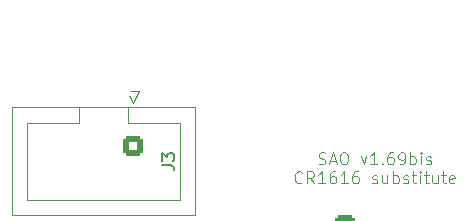
<source format=gto>
%TF.GenerationSoftware,KiCad,Pcbnew,9.0.0*%
%TF.CreationDate,2025-02-27T10:50:11-06:00*%
%TF.ProjectId,SAO-CR1616,53414f2d-4352-4313-9631-362e6b696361,rev?*%
%TF.SameCoordinates,Original*%
%TF.FileFunction,Legend,Top*%
%TF.FilePolarity,Positive*%
%FSLAX46Y46*%
G04 Gerber Fmt 4.6, Leading zero omitted, Abs format (unit mm)*
G04 Created by KiCad (PCBNEW 9.0.0) date 2025-02-27 10:50:11*
%MOMM*%
%LPD*%
G01*
G04 APERTURE LIST*
G04 Aperture macros list*
%AMRoundRect*
0 Rectangle with rounded corners*
0 $1 Rounding radius*
0 $2 $3 $4 $5 $6 $7 $8 $9 X,Y pos of 4 corners*
0 Add a 4 corners polygon primitive as box body*
4,1,4,$2,$3,$4,$5,$6,$7,$8,$9,$2,$3,0*
0 Add four circle primitives for the rounded corners*
1,1,$1+$1,$2,$3*
1,1,$1+$1,$4,$5*
1,1,$1+$1,$6,$7*
1,1,$1+$1,$8,$9*
0 Add four rect primitives between the rounded corners*
20,1,$1+$1,$2,$3,$4,$5,0*
20,1,$1+$1,$4,$5,$6,$7,0*
20,1,$1+$1,$6,$7,$8,$9,0*
20,1,$1+$1,$8,$9,$2,$3,0*%
G04 Aperture macros list end*
%ADD10C,0.100000*%
%ADD11C,0.150000*%
%ADD12C,0.120000*%
%ADD13C,0.300000*%
%ADD14RoundRect,0.250000X-0.600000X0.600000X-0.600000X-0.600000X0.600000X-0.600000X0.600000X0.600000X0*%
%ADD15C,1.700000*%
%ADD16C,4.000000*%
%ADD17R,2.000000X5.000000*%
%ADD18O,2.000000X5.000000*%
%ADD19C,15.000000*%
G04 APERTURE END LIST*
D10*
X68223201Y-150215720D02*
X68366058Y-150263339D01*
X68366058Y-150263339D02*
X68604153Y-150263339D01*
X68604153Y-150263339D02*
X68699391Y-150215720D01*
X68699391Y-150215720D02*
X68747010Y-150168100D01*
X68747010Y-150168100D02*
X68794629Y-150072862D01*
X68794629Y-150072862D02*
X68794629Y-149977624D01*
X68794629Y-149977624D02*
X68747010Y-149882386D01*
X68747010Y-149882386D02*
X68699391Y-149834767D01*
X68699391Y-149834767D02*
X68604153Y-149787148D01*
X68604153Y-149787148D02*
X68413677Y-149739529D01*
X68413677Y-149739529D02*
X68318439Y-149691910D01*
X68318439Y-149691910D02*
X68270820Y-149644291D01*
X68270820Y-149644291D02*
X68223201Y-149549053D01*
X68223201Y-149549053D02*
X68223201Y-149453815D01*
X68223201Y-149453815D02*
X68270820Y-149358577D01*
X68270820Y-149358577D02*
X68318439Y-149310958D01*
X68318439Y-149310958D02*
X68413677Y-149263339D01*
X68413677Y-149263339D02*
X68651772Y-149263339D01*
X68651772Y-149263339D02*
X68794629Y-149310958D01*
X69175582Y-149977624D02*
X69651772Y-149977624D01*
X69080344Y-150263339D02*
X69413677Y-149263339D01*
X69413677Y-149263339D02*
X69747010Y-150263339D01*
X70270820Y-149263339D02*
X70461296Y-149263339D01*
X70461296Y-149263339D02*
X70556534Y-149310958D01*
X70556534Y-149310958D02*
X70651772Y-149406196D01*
X70651772Y-149406196D02*
X70699391Y-149596672D01*
X70699391Y-149596672D02*
X70699391Y-149930005D01*
X70699391Y-149930005D02*
X70651772Y-150120481D01*
X70651772Y-150120481D02*
X70556534Y-150215720D01*
X70556534Y-150215720D02*
X70461296Y-150263339D01*
X70461296Y-150263339D02*
X70270820Y-150263339D01*
X70270820Y-150263339D02*
X70175582Y-150215720D01*
X70175582Y-150215720D02*
X70080344Y-150120481D01*
X70080344Y-150120481D02*
X70032725Y-149930005D01*
X70032725Y-149930005D02*
X70032725Y-149596672D01*
X70032725Y-149596672D02*
X70080344Y-149406196D01*
X70080344Y-149406196D02*
X70175582Y-149310958D01*
X70175582Y-149310958D02*
X70270820Y-149263339D01*
X71794630Y-149596672D02*
X72032725Y-150263339D01*
X72032725Y-150263339D02*
X72270820Y-149596672D01*
X73175582Y-150263339D02*
X72604154Y-150263339D01*
X72889868Y-150263339D02*
X72889868Y-149263339D01*
X72889868Y-149263339D02*
X72794630Y-149406196D01*
X72794630Y-149406196D02*
X72699392Y-149501434D01*
X72699392Y-149501434D02*
X72604154Y-149549053D01*
X73604154Y-150168100D02*
X73651773Y-150215720D01*
X73651773Y-150215720D02*
X73604154Y-150263339D01*
X73604154Y-150263339D02*
X73556535Y-150215720D01*
X73556535Y-150215720D02*
X73604154Y-150168100D01*
X73604154Y-150168100D02*
X73604154Y-150263339D01*
X74508915Y-149263339D02*
X74318439Y-149263339D01*
X74318439Y-149263339D02*
X74223201Y-149310958D01*
X74223201Y-149310958D02*
X74175582Y-149358577D01*
X74175582Y-149358577D02*
X74080344Y-149501434D01*
X74080344Y-149501434D02*
X74032725Y-149691910D01*
X74032725Y-149691910D02*
X74032725Y-150072862D01*
X74032725Y-150072862D02*
X74080344Y-150168100D01*
X74080344Y-150168100D02*
X74127963Y-150215720D01*
X74127963Y-150215720D02*
X74223201Y-150263339D01*
X74223201Y-150263339D02*
X74413677Y-150263339D01*
X74413677Y-150263339D02*
X74508915Y-150215720D01*
X74508915Y-150215720D02*
X74556534Y-150168100D01*
X74556534Y-150168100D02*
X74604153Y-150072862D01*
X74604153Y-150072862D02*
X74604153Y-149834767D01*
X74604153Y-149834767D02*
X74556534Y-149739529D01*
X74556534Y-149739529D02*
X74508915Y-149691910D01*
X74508915Y-149691910D02*
X74413677Y-149644291D01*
X74413677Y-149644291D02*
X74223201Y-149644291D01*
X74223201Y-149644291D02*
X74127963Y-149691910D01*
X74127963Y-149691910D02*
X74080344Y-149739529D01*
X74080344Y-149739529D02*
X74032725Y-149834767D01*
X75080344Y-150263339D02*
X75270820Y-150263339D01*
X75270820Y-150263339D02*
X75366058Y-150215720D01*
X75366058Y-150215720D02*
X75413677Y-150168100D01*
X75413677Y-150168100D02*
X75508915Y-150025243D01*
X75508915Y-150025243D02*
X75556534Y-149834767D01*
X75556534Y-149834767D02*
X75556534Y-149453815D01*
X75556534Y-149453815D02*
X75508915Y-149358577D01*
X75508915Y-149358577D02*
X75461296Y-149310958D01*
X75461296Y-149310958D02*
X75366058Y-149263339D01*
X75366058Y-149263339D02*
X75175582Y-149263339D01*
X75175582Y-149263339D02*
X75080344Y-149310958D01*
X75080344Y-149310958D02*
X75032725Y-149358577D01*
X75032725Y-149358577D02*
X74985106Y-149453815D01*
X74985106Y-149453815D02*
X74985106Y-149691910D01*
X74985106Y-149691910D02*
X75032725Y-149787148D01*
X75032725Y-149787148D02*
X75080344Y-149834767D01*
X75080344Y-149834767D02*
X75175582Y-149882386D01*
X75175582Y-149882386D02*
X75366058Y-149882386D01*
X75366058Y-149882386D02*
X75461296Y-149834767D01*
X75461296Y-149834767D02*
X75508915Y-149787148D01*
X75508915Y-149787148D02*
X75556534Y-149691910D01*
X75985106Y-150263339D02*
X75985106Y-149263339D01*
X75985106Y-149644291D02*
X76080344Y-149596672D01*
X76080344Y-149596672D02*
X76270820Y-149596672D01*
X76270820Y-149596672D02*
X76366058Y-149644291D01*
X76366058Y-149644291D02*
X76413677Y-149691910D01*
X76413677Y-149691910D02*
X76461296Y-149787148D01*
X76461296Y-149787148D02*
X76461296Y-150072862D01*
X76461296Y-150072862D02*
X76413677Y-150168100D01*
X76413677Y-150168100D02*
X76366058Y-150215720D01*
X76366058Y-150215720D02*
X76270820Y-150263339D01*
X76270820Y-150263339D02*
X76080344Y-150263339D01*
X76080344Y-150263339D02*
X75985106Y-150215720D01*
X76889868Y-150263339D02*
X76889868Y-149596672D01*
X76889868Y-149263339D02*
X76842249Y-149310958D01*
X76842249Y-149310958D02*
X76889868Y-149358577D01*
X76889868Y-149358577D02*
X76937487Y-149310958D01*
X76937487Y-149310958D02*
X76889868Y-149263339D01*
X76889868Y-149263339D02*
X76889868Y-149358577D01*
X77318439Y-150215720D02*
X77413677Y-150263339D01*
X77413677Y-150263339D02*
X77604153Y-150263339D01*
X77604153Y-150263339D02*
X77699391Y-150215720D01*
X77699391Y-150215720D02*
X77747010Y-150120481D01*
X77747010Y-150120481D02*
X77747010Y-150072862D01*
X77747010Y-150072862D02*
X77699391Y-149977624D01*
X77699391Y-149977624D02*
X77604153Y-149930005D01*
X77604153Y-149930005D02*
X77461296Y-149930005D01*
X77461296Y-149930005D02*
X77366058Y-149882386D01*
X77366058Y-149882386D02*
X77318439Y-149787148D01*
X77318439Y-149787148D02*
X77318439Y-149739529D01*
X77318439Y-149739529D02*
X77366058Y-149644291D01*
X77366058Y-149644291D02*
X77461296Y-149596672D01*
X77461296Y-149596672D02*
X77604153Y-149596672D01*
X77604153Y-149596672D02*
X77699391Y-149644291D01*
X66818438Y-151778044D02*
X66770819Y-151825664D01*
X66770819Y-151825664D02*
X66627962Y-151873283D01*
X66627962Y-151873283D02*
X66532724Y-151873283D01*
X66532724Y-151873283D02*
X66389867Y-151825664D01*
X66389867Y-151825664D02*
X66294629Y-151730425D01*
X66294629Y-151730425D02*
X66247010Y-151635187D01*
X66247010Y-151635187D02*
X66199391Y-151444711D01*
X66199391Y-151444711D02*
X66199391Y-151301854D01*
X66199391Y-151301854D02*
X66247010Y-151111378D01*
X66247010Y-151111378D02*
X66294629Y-151016140D01*
X66294629Y-151016140D02*
X66389867Y-150920902D01*
X66389867Y-150920902D02*
X66532724Y-150873283D01*
X66532724Y-150873283D02*
X66627962Y-150873283D01*
X66627962Y-150873283D02*
X66770819Y-150920902D01*
X66770819Y-150920902D02*
X66818438Y-150968521D01*
X67818438Y-151873283D02*
X67485105Y-151397092D01*
X67247010Y-151873283D02*
X67247010Y-150873283D01*
X67247010Y-150873283D02*
X67627962Y-150873283D01*
X67627962Y-150873283D02*
X67723200Y-150920902D01*
X67723200Y-150920902D02*
X67770819Y-150968521D01*
X67770819Y-150968521D02*
X67818438Y-151063759D01*
X67818438Y-151063759D02*
X67818438Y-151206616D01*
X67818438Y-151206616D02*
X67770819Y-151301854D01*
X67770819Y-151301854D02*
X67723200Y-151349473D01*
X67723200Y-151349473D02*
X67627962Y-151397092D01*
X67627962Y-151397092D02*
X67247010Y-151397092D01*
X68770819Y-151873283D02*
X68199391Y-151873283D01*
X68485105Y-151873283D02*
X68485105Y-150873283D01*
X68485105Y-150873283D02*
X68389867Y-151016140D01*
X68389867Y-151016140D02*
X68294629Y-151111378D01*
X68294629Y-151111378D02*
X68199391Y-151158997D01*
X69627962Y-150873283D02*
X69437486Y-150873283D01*
X69437486Y-150873283D02*
X69342248Y-150920902D01*
X69342248Y-150920902D02*
X69294629Y-150968521D01*
X69294629Y-150968521D02*
X69199391Y-151111378D01*
X69199391Y-151111378D02*
X69151772Y-151301854D01*
X69151772Y-151301854D02*
X69151772Y-151682806D01*
X69151772Y-151682806D02*
X69199391Y-151778044D01*
X69199391Y-151778044D02*
X69247010Y-151825664D01*
X69247010Y-151825664D02*
X69342248Y-151873283D01*
X69342248Y-151873283D02*
X69532724Y-151873283D01*
X69532724Y-151873283D02*
X69627962Y-151825664D01*
X69627962Y-151825664D02*
X69675581Y-151778044D01*
X69675581Y-151778044D02*
X69723200Y-151682806D01*
X69723200Y-151682806D02*
X69723200Y-151444711D01*
X69723200Y-151444711D02*
X69675581Y-151349473D01*
X69675581Y-151349473D02*
X69627962Y-151301854D01*
X69627962Y-151301854D02*
X69532724Y-151254235D01*
X69532724Y-151254235D02*
X69342248Y-151254235D01*
X69342248Y-151254235D02*
X69247010Y-151301854D01*
X69247010Y-151301854D02*
X69199391Y-151349473D01*
X69199391Y-151349473D02*
X69151772Y-151444711D01*
X70675581Y-151873283D02*
X70104153Y-151873283D01*
X70389867Y-151873283D02*
X70389867Y-150873283D01*
X70389867Y-150873283D02*
X70294629Y-151016140D01*
X70294629Y-151016140D02*
X70199391Y-151111378D01*
X70199391Y-151111378D02*
X70104153Y-151158997D01*
X71532724Y-150873283D02*
X71342248Y-150873283D01*
X71342248Y-150873283D02*
X71247010Y-150920902D01*
X71247010Y-150920902D02*
X71199391Y-150968521D01*
X71199391Y-150968521D02*
X71104153Y-151111378D01*
X71104153Y-151111378D02*
X71056534Y-151301854D01*
X71056534Y-151301854D02*
X71056534Y-151682806D01*
X71056534Y-151682806D02*
X71104153Y-151778044D01*
X71104153Y-151778044D02*
X71151772Y-151825664D01*
X71151772Y-151825664D02*
X71247010Y-151873283D01*
X71247010Y-151873283D02*
X71437486Y-151873283D01*
X71437486Y-151873283D02*
X71532724Y-151825664D01*
X71532724Y-151825664D02*
X71580343Y-151778044D01*
X71580343Y-151778044D02*
X71627962Y-151682806D01*
X71627962Y-151682806D02*
X71627962Y-151444711D01*
X71627962Y-151444711D02*
X71580343Y-151349473D01*
X71580343Y-151349473D02*
X71532724Y-151301854D01*
X71532724Y-151301854D02*
X71437486Y-151254235D01*
X71437486Y-151254235D02*
X71247010Y-151254235D01*
X71247010Y-151254235D02*
X71151772Y-151301854D01*
X71151772Y-151301854D02*
X71104153Y-151349473D01*
X71104153Y-151349473D02*
X71056534Y-151444711D01*
X72770820Y-151825664D02*
X72866058Y-151873283D01*
X72866058Y-151873283D02*
X73056534Y-151873283D01*
X73056534Y-151873283D02*
X73151772Y-151825664D01*
X73151772Y-151825664D02*
X73199391Y-151730425D01*
X73199391Y-151730425D02*
X73199391Y-151682806D01*
X73199391Y-151682806D02*
X73151772Y-151587568D01*
X73151772Y-151587568D02*
X73056534Y-151539949D01*
X73056534Y-151539949D02*
X72913677Y-151539949D01*
X72913677Y-151539949D02*
X72818439Y-151492330D01*
X72818439Y-151492330D02*
X72770820Y-151397092D01*
X72770820Y-151397092D02*
X72770820Y-151349473D01*
X72770820Y-151349473D02*
X72818439Y-151254235D01*
X72818439Y-151254235D02*
X72913677Y-151206616D01*
X72913677Y-151206616D02*
X73056534Y-151206616D01*
X73056534Y-151206616D02*
X73151772Y-151254235D01*
X74056534Y-151206616D02*
X74056534Y-151873283D01*
X73627963Y-151206616D02*
X73627963Y-151730425D01*
X73627963Y-151730425D02*
X73675582Y-151825664D01*
X73675582Y-151825664D02*
X73770820Y-151873283D01*
X73770820Y-151873283D02*
X73913677Y-151873283D01*
X73913677Y-151873283D02*
X74008915Y-151825664D01*
X74008915Y-151825664D02*
X74056534Y-151778044D01*
X74532725Y-151873283D02*
X74532725Y-150873283D01*
X74532725Y-151254235D02*
X74627963Y-151206616D01*
X74627963Y-151206616D02*
X74818439Y-151206616D01*
X74818439Y-151206616D02*
X74913677Y-151254235D01*
X74913677Y-151254235D02*
X74961296Y-151301854D01*
X74961296Y-151301854D02*
X75008915Y-151397092D01*
X75008915Y-151397092D02*
X75008915Y-151682806D01*
X75008915Y-151682806D02*
X74961296Y-151778044D01*
X74961296Y-151778044D02*
X74913677Y-151825664D01*
X74913677Y-151825664D02*
X74818439Y-151873283D01*
X74818439Y-151873283D02*
X74627963Y-151873283D01*
X74627963Y-151873283D02*
X74532725Y-151825664D01*
X75389868Y-151825664D02*
X75485106Y-151873283D01*
X75485106Y-151873283D02*
X75675582Y-151873283D01*
X75675582Y-151873283D02*
X75770820Y-151825664D01*
X75770820Y-151825664D02*
X75818439Y-151730425D01*
X75818439Y-151730425D02*
X75818439Y-151682806D01*
X75818439Y-151682806D02*
X75770820Y-151587568D01*
X75770820Y-151587568D02*
X75675582Y-151539949D01*
X75675582Y-151539949D02*
X75532725Y-151539949D01*
X75532725Y-151539949D02*
X75437487Y-151492330D01*
X75437487Y-151492330D02*
X75389868Y-151397092D01*
X75389868Y-151397092D02*
X75389868Y-151349473D01*
X75389868Y-151349473D02*
X75437487Y-151254235D01*
X75437487Y-151254235D02*
X75532725Y-151206616D01*
X75532725Y-151206616D02*
X75675582Y-151206616D01*
X75675582Y-151206616D02*
X75770820Y-151254235D01*
X76104154Y-151206616D02*
X76485106Y-151206616D01*
X76247011Y-150873283D02*
X76247011Y-151730425D01*
X76247011Y-151730425D02*
X76294630Y-151825664D01*
X76294630Y-151825664D02*
X76389868Y-151873283D01*
X76389868Y-151873283D02*
X76485106Y-151873283D01*
X76818440Y-151873283D02*
X76818440Y-151206616D01*
X76818440Y-150873283D02*
X76770821Y-150920902D01*
X76770821Y-150920902D02*
X76818440Y-150968521D01*
X76818440Y-150968521D02*
X76866059Y-150920902D01*
X76866059Y-150920902D02*
X76818440Y-150873283D01*
X76818440Y-150873283D02*
X76818440Y-150968521D01*
X77151773Y-151206616D02*
X77532725Y-151206616D01*
X77294630Y-150873283D02*
X77294630Y-151730425D01*
X77294630Y-151730425D02*
X77342249Y-151825664D01*
X77342249Y-151825664D02*
X77437487Y-151873283D01*
X77437487Y-151873283D02*
X77532725Y-151873283D01*
X78294630Y-151206616D02*
X78294630Y-151873283D01*
X77866059Y-151206616D02*
X77866059Y-151730425D01*
X77866059Y-151730425D02*
X77913678Y-151825664D01*
X77913678Y-151825664D02*
X78008916Y-151873283D01*
X78008916Y-151873283D02*
X78151773Y-151873283D01*
X78151773Y-151873283D02*
X78247011Y-151825664D01*
X78247011Y-151825664D02*
X78294630Y-151778044D01*
X78627964Y-151206616D02*
X79008916Y-151206616D01*
X78770821Y-150873283D02*
X78770821Y-151730425D01*
X78770821Y-151730425D02*
X78818440Y-151825664D01*
X78818440Y-151825664D02*
X78913678Y-151873283D01*
X78913678Y-151873283D02*
X79008916Y-151873283D01*
X79723202Y-151825664D02*
X79627964Y-151873283D01*
X79627964Y-151873283D02*
X79437488Y-151873283D01*
X79437488Y-151873283D02*
X79342250Y-151825664D01*
X79342250Y-151825664D02*
X79294631Y-151730425D01*
X79294631Y-151730425D02*
X79294631Y-151349473D01*
X79294631Y-151349473D02*
X79342250Y-151254235D01*
X79342250Y-151254235D02*
X79437488Y-151206616D01*
X79437488Y-151206616D02*
X79627964Y-151206616D01*
X79627964Y-151206616D02*
X79723202Y-151254235D01*
X79723202Y-151254235D02*
X79770821Y-151349473D01*
X79770821Y-151349473D02*
X79770821Y-151444711D01*
X79770821Y-151444711D02*
X79294631Y-151539949D01*
D11*
X54994819Y-150333333D02*
X55709104Y-150333333D01*
X55709104Y-150333333D02*
X55851961Y-150380952D01*
X55851961Y-150380952D02*
X55947200Y-150476190D01*
X55947200Y-150476190D02*
X55994819Y-150619047D01*
X55994819Y-150619047D02*
X55994819Y-150714285D01*
X54994819Y-149952380D02*
X54994819Y-149333333D01*
X54994819Y-149333333D02*
X55375771Y-149666666D01*
X55375771Y-149666666D02*
X55375771Y-149523809D01*
X55375771Y-149523809D02*
X55423390Y-149428571D01*
X55423390Y-149428571D02*
X55471009Y-149380952D01*
X55471009Y-149380952D02*
X55566247Y-149333333D01*
X55566247Y-149333333D02*
X55804342Y-149333333D01*
X55804342Y-149333333D02*
X55899580Y-149380952D01*
X55899580Y-149380952D02*
X55947200Y-149428571D01*
X55947200Y-149428571D02*
X55994819Y-149523809D01*
X55994819Y-149523809D02*
X55994819Y-149809523D01*
X55994819Y-149809523D02*
X55947200Y-149904761D01*
X55947200Y-149904761D02*
X55899580Y-149952380D01*
X72580344Y-137369902D02*
X72723201Y-137417521D01*
X72723201Y-137417521D02*
X72770820Y-137465140D01*
X72770820Y-137465140D02*
X72818439Y-137560378D01*
X72818439Y-137560378D02*
X72818439Y-137703235D01*
X72818439Y-137703235D02*
X72770820Y-137798473D01*
X72770820Y-137798473D02*
X72723201Y-137846093D01*
X72723201Y-137846093D02*
X72627963Y-137893712D01*
X72627963Y-137893712D02*
X72247011Y-137893712D01*
X72247011Y-137893712D02*
X72247011Y-136893712D01*
X72247011Y-136893712D02*
X72580344Y-136893712D01*
X72580344Y-136893712D02*
X72675582Y-136941331D01*
X72675582Y-136941331D02*
X72723201Y-136988950D01*
X72723201Y-136988950D02*
X72770820Y-137084188D01*
X72770820Y-137084188D02*
X72770820Y-137179426D01*
X72770820Y-137179426D02*
X72723201Y-137274664D01*
X72723201Y-137274664D02*
X72675582Y-137322283D01*
X72675582Y-137322283D02*
X72580344Y-137369902D01*
X72580344Y-137369902D02*
X72247011Y-137369902D01*
X73675582Y-137227045D02*
X73675582Y-137893712D01*
X73437487Y-136846093D02*
X73199392Y-137560378D01*
X73199392Y-137560378D02*
X73818439Y-137560378D01*
D12*
%TO.C,J3*%
X42250000Y-145440000D02*
X57750000Y-145440000D01*
X42250000Y-154560000D02*
X42250000Y-145440000D01*
X43550000Y-146750001D02*
X47949999Y-146750000D01*
X43550000Y-153250000D02*
X43550000Y-146750001D01*
X47949999Y-146750000D02*
X47949999Y-146750000D01*
X47949999Y-146750000D02*
X47950000Y-145440000D01*
X52040000Y-144050000D02*
X52540000Y-145050000D01*
X52050000Y-145440000D02*
X52050000Y-146750000D01*
X52050000Y-146750000D02*
X56450000Y-146750000D01*
X52540000Y-145050000D02*
X53040000Y-144050000D01*
X53040000Y-144050000D02*
X52040000Y-144050000D01*
X56450000Y-146750000D02*
X56450000Y-153250000D01*
X56450000Y-153250000D02*
X43550000Y-153250000D01*
X57750000Y-145440000D02*
X57750000Y-154560000D01*
X57750000Y-154560000D02*
X42250000Y-154560000D01*
%TO.C,B4*%
X75235106Y-140336892D02*
G75*
G02*
X70735106Y-140336892I-2250000J0D01*
G01*
X70735106Y-140336892D02*
G75*
G02*
X75235106Y-140336892I2250000J0D01*
G01*
%TD*%
%LPC*%
D13*
%TO.C,*%
X65094000Y-152760000D03*
%TD*%
D14*
%TO.C,J3*%
X52540000Y-148730000D03*
D15*
X52540000Y-151270000D03*
X50000000Y-148730000D03*
X50000000Y-151270000D03*
X47460001Y-148730000D03*
X47460000Y-151270000D03*
%TD*%
D13*
%TO.C,*%
X65094000Y-150260000D03*
%TD*%
%TO.C,*%
X65094000Y-148760000D03*
%TD*%
%TO.C,*%
X62902000Y-151234000D03*
%TD*%
%TO.C,*%
X62902000Y-152234000D03*
%TD*%
%TO.C,*%
X62902000Y-150734000D03*
%TD*%
%TO.C,*%
X65094000Y-153260000D03*
%TD*%
%TO.C,*%
X65094000Y-152260000D03*
%TD*%
%TO.C,*%
X65094000Y-149260000D03*
%TD*%
%TO.C,*%
X65094000Y-149760000D03*
%TD*%
D16*
%TO.C,B4*%
X72985106Y-140336892D03*
%TD*%
D13*
%TO.C,*%
X62902000Y-149234000D03*
%TD*%
%TO.C,*%
X62902000Y-153234000D03*
%TD*%
%TO.C,*%
X65094000Y-151760000D03*
%TD*%
%TO.C,*%
X62902000Y-150234000D03*
%TD*%
%TO.C,*%
X65094000Y-150760000D03*
%TD*%
%TO.C,*%
X65094000Y-151260000D03*
%TD*%
%TO.C,*%
X62902000Y-151734000D03*
%TD*%
%TO.C,*%
X62902000Y-149734000D03*
%TD*%
%TO.C,*%
X62902000Y-152734000D03*
%TD*%
%TO.C,*%
X62902000Y-148734000D03*
%TD*%
D17*
%TO.C,P5*%
X48720000Y-158000000D03*
D18*
X51260000Y-158000000D03*
%TD*%
D19*
%TO.C,SAO-P1*%
X72985106Y-140336892D03*
%TD*%
D17*
%TO.C,P4*%
X58085000Y-158000000D03*
D18*
X60625000Y-158000000D03*
%TD*%
D14*
%TO.C,J2*%
X70455107Y-155436892D03*
D15*
X70455107Y-157976892D03*
X72995107Y-155436892D03*
X72995107Y-157976892D03*
X75535106Y-155436892D03*
X75535107Y-157976892D03*
%TD*%
D17*
%TO.C,P1*%
X41905000Y-142000000D03*
D18*
X39365000Y-142000000D03*
%TD*%
D17*
%TO.C,P3*%
X60635000Y-142000000D03*
D18*
X58095000Y-142000000D03*
%TD*%
D17*
%TO.C,P2*%
X51270000Y-142000000D03*
D18*
X48730000Y-142000000D03*
%TD*%
D17*
%TO.C,P6*%
X39355000Y-158000000D03*
D18*
X41895000Y-158000000D03*
%TD*%
%LPD*%
M02*

</source>
